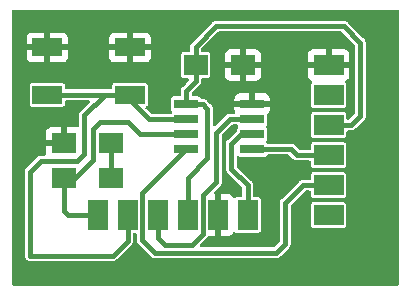
<source format=gbr>
%TF.GenerationSoftware,KiCad,Pcbnew,(6.0.2)*%
%TF.CreationDate,2022-03-22T11:58:14+02:00*%
%TF.ProjectId,kechengzhang20200322,6b656368-656e-4677-9a68-616e67323032,rev?*%
%TF.SameCoordinates,Original*%
%TF.FileFunction,Copper,L1,Top*%
%TF.FilePolarity,Positive*%
%FSLAX46Y46*%
G04 Gerber Fmt 4.6, Leading zero omitted, Abs format (unit mm)*
G04 Created by KiCad (PCBNEW (6.0.2)) date 2022-03-22 11:58:14*
%MOMM*%
%LPD*%
G01*
G04 APERTURE LIST*
%TA.AperFunction,SMDPad,CuDef*%
%ADD10R,2.000000X0.800000*%
%TD*%
%TA.AperFunction,SMDPad,CuDef*%
%ADD11R,2.500000X1.500000*%
%TD*%
%TA.AperFunction,SMDPad,CuDef*%
%ADD12R,2.000000X1.700000*%
%TD*%
%TA.AperFunction,SMDPad,CuDef*%
%ADD13R,1.700000X2.500000*%
%TD*%
%TA.AperFunction,SMDPad,CuDef*%
%ADD14R,2.500000X1.700000*%
%TD*%
%TA.AperFunction,Conductor*%
%ADD15C,0.406400*%
%TD*%
G04 APERTURE END LIST*
D10*
%TO.P,U1,8,GND*%
%TO.N,GND*%
X117354000Y-42037000D03*
%TO.P,U1,7,PA3/SCK*%
%TO.N,Net-(J2-Pad4)*%
X117354000Y-43307000D03*
%TO.P,U1,6,~{RESET}/UPDI/PA0*%
%TO.N,Net-(J2-Pad1)*%
X117354000Y-44577000D03*
%TO.P,U1,5,PA2/SCL*%
%TO.N,Net-(J1-Pad4)*%
X117354000Y-45847000D03*
%TO.P,U1,4,PA1/SDA*%
%TO.N,Net-(J1-Pad5)*%
X111754000Y-45847000D03*
%TO.P,U1,3,RXD/PA7*%
%TO.N,Net-(J2-Pad6)*%
X111754000Y-44577000D03*
%TO.P,U1,2,TXD/PA6/DAC*%
%TO.N,Net-(J2-Pad5)*%
X111754000Y-43307000D03*
%TO.P,U1,1,VCC*%
%TO.N,VCC*%
X111754000Y-42037000D03*
%TD*%
D11*
%TO.P,SW1,2,2*%
%TO.N,GND*%
X100005000Y-37243000D03*
X107005000Y-37243000D03*
%TO.P,SW1,1,1*%
%TO.N,Net-(J2-Pad5)*%
X100005000Y-41243000D03*
X107005000Y-41243000D03*
%TD*%
D12*
%TO.P,R1,2*%
%TO.N,Net-(D1-Pad2)*%
X105378000Y-48260000D03*
%TO.P,R1,1*%
%TO.N,Net-(J2-Pad6)*%
X101378000Y-48260000D03*
%TD*%
D13*
%TO.P,J2,1,Pin_1*%
%TO.N,Net-(J2-Pad1)*%
X116967000Y-51421000D03*
%TO.P,J2,2,Pin_2*%
%TO.N,GND*%
X114427000Y-51421000D03*
%TO.P,J2,3,Pin_3*%
%TO.N,VCC*%
X111887000Y-51421000D03*
%TO.P,J2,4,Pin_4*%
%TO.N,Net-(J2-Pad4)*%
X109347000Y-51421000D03*
%TO.P,J2,5,Pin_5*%
%TO.N,Net-(J2-Pad5)*%
X106807000Y-51421000D03*
%TO.P,J2,6,Pin_6*%
%TO.N,Net-(J2-Pad6)*%
X104267000Y-51421000D03*
%TD*%
D14*
%TO.P,J1,1,GND*%
%TO.N,GND*%
X123811000Y-38735000D03*
%TO.P,J1,2,CTS*%
%TO.N,unconnected-(J1-Pad2)*%
X123811000Y-41275000D03*
%TO.P,J1,3,VCC*%
%TO.N,VCC*%
X123811000Y-43815000D03*
%TO.P,J1,4,TX*%
%TO.N,Net-(J1-Pad4)*%
X123811000Y-46355000D03*
%TO.P,J1,5,RX*%
%TO.N,Net-(J1-Pad5)*%
X123811000Y-48895000D03*
%TO.P,J1,6,RTS*%
%TO.N,unconnected-(J1-Pad6)*%
X123811000Y-51435000D03*
%TD*%
D12*
%TO.P,D1,2,A*%
%TO.N,Net-(D1-Pad2)*%
X105378000Y-45339000D03*
%TO.P,D1,1,K*%
%TO.N,GND*%
X101378000Y-45339000D03*
%TD*%
%TO.P,C1,1*%
%TO.N,VCC*%
X112554000Y-38735000D03*
%TO.P,C1,2*%
%TO.N,GND*%
X116554000Y-38735000D03*
%TD*%
D15*
%TO.N,Net-(D1-Pad2)*%
X105378000Y-45339000D02*
X105378000Y-48260000D01*
%TO.N,VCC*%
X113538000Y-46609000D02*
X111887000Y-48260000D01*
X111887000Y-48260000D02*
X111887000Y-51421000D01*
X113160400Y-42037000D02*
X113538000Y-42414600D01*
X111754000Y-42037000D02*
X113160400Y-42037000D01*
X113538000Y-42414600D02*
X113538000Y-46609000D01*
%TO.N,Net-(J2-Pad5)*%
X103124000Y-42989000D02*
X104870000Y-41243000D01*
X99441000Y-46863000D02*
X102509422Y-46863000D01*
X98552000Y-54864000D02*
X98552000Y-47752000D01*
X98552000Y-47752000D02*
X99441000Y-46863000D01*
X102509422Y-46863000D02*
X103124000Y-46248422D01*
X106807000Y-53594000D02*
X105537000Y-54864000D01*
X105537000Y-54864000D02*
X98552000Y-54864000D01*
X106807000Y-51421000D02*
X106807000Y-53594000D01*
X103124000Y-46248422D02*
X103124000Y-42989000D01*
%TO.N,Net-(J2-Pad1)*%
X115570000Y-45425578D02*
X116418578Y-44577000D01*
X115570000Y-47498000D02*
X115570000Y-45425578D01*
X116418578Y-44577000D02*
X117354000Y-44577000D01*
X116967000Y-48895000D02*
X115570000Y-47498000D01*
X116967000Y-51421000D02*
X116967000Y-48895000D01*
%TO.N,Net-(J2-Pad4)*%
X109347000Y-53340000D02*
X109347000Y-51421000D01*
X109982000Y-53975000D02*
X109347000Y-53340000D01*
X112238422Y-53975000D02*
X109982000Y-53975000D01*
X113174289Y-53039133D02*
X112238422Y-53975000D01*
X113174289Y-49766711D02*
X113174289Y-53039133D01*
X114300000Y-48641000D02*
X113174289Y-49766711D01*
X114300000Y-44450000D02*
X114300000Y-48641000D01*
X115443000Y-43307000D02*
X114300000Y-44450000D01*
X117354000Y-43307000D02*
X115443000Y-43307000D01*
%TO.N,VCC*%
X111754000Y-40900000D02*
X111754000Y-42037000D01*
X112554000Y-40100000D02*
X111754000Y-40900000D01*
X112554000Y-38735000D02*
X112554000Y-40100000D01*
%TO.N,Net-(J2-Pad5)*%
X107005000Y-41727000D02*
X108585000Y-43307000D01*
X107005000Y-41243000D02*
X107005000Y-41727000D01*
X108585000Y-43307000D02*
X111754000Y-43307000D01*
X104870000Y-41243000D02*
X107005000Y-41243000D01*
X100005000Y-41243000D02*
X104870000Y-41243000D01*
%TO.N,Net-(J2-Pad6)*%
X106807000Y-43561000D02*
X107823000Y-44577000D01*
X107823000Y-44577000D02*
X111754000Y-44577000D01*
X103886000Y-46736000D02*
X103886000Y-44175578D01*
X103886000Y-44175578D02*
X104500578Y-43561000D01*
X102362000Y-48260000D02*
X103886000Y-46736000D01*
X101378000Y-48260000D02*
X102362000Y-48260000D01*
X104500578Y-43561000D02*
X106807000Y-43561000D01*
X101378000Y-51086000D02*
X101378000Y-48260000D01*
X101727000Y-51435000D02*
X101378000Y-51086000D01*
X101741000Y-51421000D02*
X101727000Y-51435000D01*
X104267000Y-51421000D02*
X101741000Y-51421000D01*
%TO.N,Net-(J1-Pad5)*%
X108059711Y-49541289D02*
X111754000Y-45847000D01*
X108059711Y-53576711D02*
X108059711Y-49541289D01*
X109093000Y-54610000D02*
X108059711Y-53576711D01*
X119380000Y-54610000D02*
X109093000Y-54610000D01*
X120142000Y-53848000D02*
X119380000Y-54610000D01*
X120142000Y-50419000D02*
X120142000Y-53848000D01*
X121666000Y-48895000D02*
X120142000Y-50419000D01*
X123811000Y-48895000D02*
X121666000Y-48895000D01*
%TO.N,VCC*%
X126492000Y-43053000D02*
X125730000Y-43815000D01*
X126492000Y-36830000D02*
X126492000Y-43053000D01*
X114300000Y-35433000D02*
X125095000Y-35433000D01*
X125730000Y-43815000D02*
X123811000Y-43815000D01*
X112554000Y-37179000D02*
X114300000Y-35433000D01*
X112554000Y-38735000D02*
X112554000Y-37179000D01*
X125095000Y-35433000D02*
X126492000Y-36830000D01*
%TO.N,Net-(J1-Pad4)*%
X120650000Y-45847000D02*
X117354000Y-45847000D01*
X121158000Y-46355000D02*
X120650000Y-45847000D01*
X123811000Y-46355000D02*
X121158000Y-46355000D01*
%TD*%
%TA.AperFunction,Conductor*%
%TO.N,GND*%
G36*
X129736121Y-34056002D02*
G01*
X129782614Y-34109658D01*
X129794000Y-34162000D01*
X129794000Y-57278000D01*
X129773998Y-57346121D01*
X129720342Y-57392614D01*
X129668000Y-57404000D01*
X97154000Y-57404000D01*
X97085879Y-57383998D01*
X97039386Y-57330342D01*
X97028000Y-57278000D01*
X97028000Y-54827684D01*
X98090557Y-54827684D01*
X98091222Y-54837080D01*
X98091222Y-54837083D01*
X98093985Y-54876102D01*
X98094300Y-54885001D01*
X98094300Y-54898388D01*
X98094999Y-54903034D01*
X98094999Y-54903040D01*
X98095952Y-54909374D01*
X98097035Y-54919180D01*
X98100277Y-54964972D01*
X98103677Y-54973762D01*
X98105602Y-54982371D01*
X98108192Y-54990788D01*
X98109592Y-55000102D01*
X98121208Y-55024292D01*
X98129450Y-55041456D01*
X98133379Y-55050536D01*
X98146535Y-55084542D01*
X98146538Y-55084548D01*
X98149937Y-55093333D01*
X98155770Y-55100732D01*
X98160147Y-55108405D01*
X98165093Y-55115683D01*
X98169169Y-55124172D01*
X98175561Y-55131087D01*
X98175564Y-55131091D01*
X98200323Y-55157875D01*
X98206743Y-55165391D01*
X98235144Y-55201418D01*
X98242900Y-55206778D01*
X98249323Y-55212810D01*
X98256196Y-55218317D01*
X98262594Y-55225238D01*
X98270740Y-55229970D01*
X98270743Y-55229972D01*
X98302270Y-55248285D01*
X98310620Y-55253584D01*
X98340615Y-55274314D01*
X98348365Y-55279670D01*
X98357342Y-55282509D01*
X98365257Y-55286387D01*
X98373461Y-55289635D01*
X98381606Y-55294366D01*
X98426305Y-55304727D01*
X98435841Y-55307335D01*
X98479591Y-55321171D01*
X98486312Y-55321700D01*
X98488784Y-55321700D01*
X98489825Y-55321741D01*
X98497107Y-55322719D01*
X98497118Y-55322577D01*
X98506507Y-55323316D01*
X98515684Y-55325443D01*
X98525080Y-55324778D01*
X98525083Y-55324778D01*
X98564102Y-55322015D01*
X98573001Y-55321700D01*
X105502352Y-55321700D01*
X105517162Y-55322573D01*
X105542187Y-55325535D01*
X105551540Y-55326642D01*
X105560804Y-55324950D01*
X105560807Y-55324950D01*
X105610224Y-55315925D01*
X105614126Y-55315275D01*
X105625748Y-55313527D01*
X105673102Y-55306408D01*
X105679714Y-55303233D01*
X105686931Y-55301915D01*
X105739871Y-55274415D01*
X105743412Y-55272646D01*
X105788678Y-55250910D01*
X105788679Y-55250909D01*
X105797172Y-55246831D01*
X105802479Y-55241925D01*
X105802689Y-55241783D01*
X105809068Y-55238470D01*
X105814194Y-55234091D01*
X105852056Y-55196229D01*
X105855622Y-55192800D01*
X105891323Y-55159799D01*
X105891326Y-55159796D01*
X105898238Y-55153406D01*
X105901977Y-55146969D01*
X105907653Y-55140632D01*
X107106145Y-53942141D01*
X107117234Y-53932286D01*
X107137023Y-53916686D01*
X107137024Y-53916685D01*
X107144418Y-53910856D01*
X107156399Y-53893521D01*
X107178330Y-53861790D01*
X107180632Y-53858569D01*
X107210468Y-53818174D01*
X107210470Y-53818170D01*
X107216068Y-53810591D01*
X107218498Y-53803671D01*
X107222670Y-53797635D01*
X107225639Y-53788249D01*
X107240656Y-53740764D01*
X107241909Y-53737009D01*
X107258551Y-53689621D01*
X107258551Y-53689619D01*
X107261672Y-53680733D01*
X107261956Y-53673511D01*
X107262005Y-53673258D01*
X107264171Y-53666409D01*
X107264700Y-53659688D01*
X107264700Y-53606136D01*
X107264797Y-53601190D01*
X107265872Y-53573825D01*
X107267075Y-53543207D01*
X107265167Y-53536012D01*
X107264700Y-53527522D01*
X107264700Y-53051499D01*
X107284702Y-52983378D01*
X107338358Y-52936885D01*
X107390700Y-52925499D01*
X107476011Y-52925499D01*
X107544132Y-52945501D01*
X107590625Y-52999157D01*
X107602011Y-53051499D01*
X107602011Y-53542063D01*
X107601138Y-53556873D01*
X107599132Y-53573825D01*
X107597069Y-53591251D01*
X107598761Y-53600515D01*
X107598761Y-53600518D01*
X107607786Y-53649935D01*
X107608436Y-53653837D01*
X107610184Y-53665459D01*
X107617303Y-53712813D01*
X107620478Y-53719425D01*
X107621796Y-53726642D01*
X107626138Y-53735000D01*
X107626138Y-53735001D01*
X107649296Y-53779582D01*
X107651065Y-53783123D01*
X107662347Y-53806617D01*
X107676880Y-53836883D01*
X107681786Y-53842190D01*
X107681928Y-53842400D01*
X107685241Y-53848779D01*
X107689620Y-53853905D01*
X107727482Y-53891767D01*
X107730911Y-53895333D01*
X107763912Y-53931034D01*
X107763915Y-53931037D01*
X107770305Y-53937949D01*
X107776741Y-53941688D01*
X107783075Y-53947360D01*
X108744864Y-54909150D01*
X108754718Y-54920240D01*
X108770311Y-54940020D01*
X108770315Y-54940023D01*
X108776144Y-54947418D01*
X108783892Y-54952773D01*
X108783893Y-54952774D01*
X108825210Y-54981330D01*
X108828431Y-54983632D01*
X108868826Y-55013468D01*
X108868830Y-55013470D01*
X108876409Y-55019068D01*
X108883329Y-55021498D01*
X108889365Y-55025670D01*
X108898345Y-55028510D01*
X108898347Y-55028511D01*
X108934333Y-55039892D01*
X108945974Y-55043573D01*
X108946236Y-55043656D01*
X108949985Y-55044907D01*
X108959806Y-55048356D01*
X108997379Y-55061551D01*
X108997381Y-55061551D01*
X109006267Y-55064672D01*
X109013489Y-55064956D01*
X109013742Y-55065005D01*
X109020591Y-55067171D01*
X109027312Y-55067700D01*
X109080864Y-55067700D01*
X109085810Y-55067797D01*
X109143793Y-55070075D01*
X109150988Y-55068167D01*
X109159478Y-55067700D01*
X119345352Y-55067700D01*
X119360162Y-55068573D01*
X119385187Y-55071535D01*
X119394540Y-55072642D01*
X119403804Y-55070950D01*
X119403807Y-55070950D01*
X119453224Y-55061925D01*
X119457126Y-55061275D01*
X119468748Y-55059527D01*
X119516102Y-55052408D01*
X119522714Y-55049233D01*
X119529931Y-55047915D01*
X119567286Y-55028511D01*
X119582871Y-55020415D01*
X119586412Y-55018646D01*
X119631678Y-54996910D01*
X119631679Y-54996909D01*
X119640172Y-54992831D01*
X119645479Y-54987925D01*
X119645689Y-54987783D01*
X119652068Y-54984470D01*
X119657194Y-54980091D01*
X119695056Y-54942229D01*
X119698622Y-54938800D01*
X119734323Y-54905799D01*
X119734326Y-54905796D01*
X119741238Y-54899406D01*
X119744977Y-54892970D01*
X119750649Y-54886636D01*
X120441150Y-54196136D01*
X120452240Y-54186282D01*
X120472019Y-54170690D01*
X120472023Y-54170686D01*
X120479418Y-54164856D01*
X120513332Y-54115786D01*
X120515612Y-54112595D01*
X120551069Y-54064591D01*
X120553500Y-54057668D01*
X120557670Y-54051635D01*
X120575654Y-53994771D01*
X120576884Y-53991083D01*
X120596672Y-53934733D01*
X120596956Y-53927509D01*
X120597004Y-53927260D01*
X120599171Y-53920409D01*
X120599700Y-53913688D01*
X120599700Y-53860136D01*
X120599797Y-53855190D01*
X120601251Y-53818174D01*
X120602075Y-53797207D01*
X120600167Y-53790012D01*
X120599700Y-53781520D01*
X120599700Y-50660775D01*
X120619702Y-50592654D01*
X120636605Y-50571680D01*
X120648352Y-50559933D01*
X122306500Y-50559933D01*
X122306501Y-52310066D01*
X122321266Y-52384301D01*
X122377516Y-52468484D01*
X122461699Y-52524734D01*
X122535933Y-52539500D01*
X123810793Y-52539500D01*
X125086066Y-52539499D01*
X125121818Y-52532388D01*
X125148126Y-52527156D01*
X125148128Y-52527155D01*
X125160301Y-52524734D01*
X125170621Y-52517839D01*
X125170622Y-52517838D01*
X125234168Y-52475377D01*
X125244484Y-52468484D01*
X125300734Y-52384301D01*
X125315500Y-52310067D01*
X125315499Y-50559934D01*
X125300734Y-50485699D01*
X125244484Y-50401516D01*
X125160301Y-50345266D01*
X125086067Y-50330500D01*
X123811207Y-50330500D01*
X122535934Y-50330501D01*
X122500182Y-50337612D01*
X122473874Y-50342844D01*
X122473872Y-50342845D01*
X122461699Y-50345266D01*
X122451379Y-50352161D01*
X122451378Y-50352162D01*
X122449657Y-50353312D01*
X122377516Y-50401516D01*
X122321266Y-50485699D01*
X122306500Y-50559933D01*
X120648352Y-50559933D01*
X121818680Y-49389605D01*
X121880992Y-49355579D01*
X121907775Y-49352700D01*
X122180501Y-49352700D01*
X122248622Y-49372702D01*
X122295115Y-49426358D01*
X122306501Y-49478700D01*
X122306501Y-49770066D01*
X122311549Y-49795445D01*
X122317718Y-49826461D01*
X122321266Y-49844301D01*
X122328161Y-49854620D01*
X122328162Y-49854622D01*
X122356143Y-49896498D01*
X122377516Y-49928484D01*
X122461699Y-49984734D01*
X122535933Y-49999500D01*
X123810793Y-49999500D01*
X125086066Y-49999499D01*
X125121818Y-49992388D01*
X125148126Y-49987156D01*
X125148128Y-49987155D01*
X125160301Y-49984734D01*
X125170621Y-49977839D01*
X125170622Y-49977838D01*
X125234168Y-49935377D01*
X125244484Y-49928484D01*
X125300734Y-49844301D01*
X125315500Y-49770067D01*
X125315499Y-48019934D01*
X125300734Y-47945699D01*
X125244484Y-47861516D01*
X125160301Y-47805266D01*
X125086067Y-47790500D01*
X123811207Y-47790500D01*
X122535934Y-47790501D01*
X122500182Y-47797612D01*
X122473874Y-47802844D01*
X122473872Y-47802845D01*
X122461699Y-47805266D01*
X122451379Y-47812161D01*
X122451378Y-47812162D01*
X122444684Y-47816635D01*
X122377516Y-47861516D01*
X122321266Y-47945699D01*
X122306500Y-48019933D01*
X122306500Y-48311300D01*
X122286498Y-48379421D01*
X122232842Y-48425914D01*
X122180500Y-48437300D01*
X121700640Y-48437300D01*
X121685830Y-48436427D01*
X121651460Y-48432359D01*
X121642196Y-48434051D01*
X121642195Y-48434051D01*
X121592805Y-48443071D01*
X121588901Y-48443721D01*
X121550222Y-48449536D01*
X121529898Y-48452592D01*
X121523283Y-48455768D01*
X121516068Y-48457086D01*
X121507714Y-48461426D01*
X121507713Y-48461426D01*
X121463161Y-48484569D01*
X121459620Y-48486338D01*
X121414319Y-48508091D01*
X121414315Y-48508093D01*
X121405828Y-48512169D01*
X121400517Y-48517078D01*
X121400309Y-48517218D01*
X121393932Y-48520531D01*
X121388805Y-48524909D01*
X121350932Y-48562782D01*
X121347366Y-48566211D01*
X121304762Y-48605594D01*
X121301024Y-48612030D01*
X121295350Y-48618364D01*
X119842855Y-50070859D01*
X119831766Y-50080714D01*
X119827758Y-50083874D01*
X119804582Y-50102144D01*
X119799227Y-50109892D01*
X119799226Y-50109893D01*
X119770670Y-50151210D01*
X119768368Y-50154431D01*
X119738532Y-50194826D01*
X119738530Y-50194830D01*
X119732932Y-50202409D01*
X119730502Y-50209329D01*
X119726330Y-50215365D01*
X119723490Y-50224345D01*
X119723489Y-50224347D01*
X119708344Y-50272236D01*
X119707093Y-50275985D01*
X119687328Y-50332267D01*
X119687044Y-50339489D01*
X119686995Y-50339742D01*
X119684829Y-50346591D01*
X119684300Y-50353312D01*
X119684300Y-50406864D01*
X119684203Y-50411810D01*
X119681925Y-50469793D01*
X119683833Y-50476988D01*
X119684300Y-50485478D01*
X119684300Y-53606224D01*
X119664298Y-53674345D01*
X119647395Y-53695320D01*
X119227318Y-54115396D01*
X119165006Y-54149421D01*
X119138223Y-54152300D01*
X113012598Y-54152300D01*
X112944477Y-54132298D01*
X112897984Y-54078642D01*
X112887880Y-54008368D01*
X112917374Y-53943788D01*
X112923503Y-53937204D01*
X113119944Y-53740764D01*
X113473439Y-53387269D01*
X113484529Y-53377415D01*
X113504309Y-53361822D01*
X113504312Y-53361818D01*
X113511707Y-53355989D01*
X113519173Y-53345187D01*
X113545619Y-53306923D01*
X113547921Y-53303702D01*
X113577757Y-53263307D01*
X113577759Y-53263303D01*
X113583357Y-53255724D01*
X113585787Y-53248804D01*
X113589959Y-53242768D01*
X113589976Y-53242744D01*
X113590052Y-53242797D01*
X113636477Y-53195184D01*
X113698254Y-53179000D01*
X114154885Y-53179000D01*
X114170124Y-53174525D01*
X114171329Y-53173135D01*
X114173000Y-53165452D01*
X114173000Y-49681116D01*
X114168525Y-49665877D01*
X114142830Y-49643612D01*
X114143170Y-49643219D01*
X114130288Y-49636185D01*
X114096264Y-49573872D01*
X114101330Y-49503056D01*
X114130290Y-49457996D01*
X114599145Y-48989141D01*
X114610234Y-48979286D01*
X114630021Y-48963687D01*
X114637418Y-48957856D01*
X114671332Y-48908786D01*
X114673612Y-48905595D01*
X114709069Y-48857591D01*
X114711500Y-48850668D01*
X114715670Y-48844635D01*
X114733654Y-48787771D01*
X114734884Y-48784083D01*
X114754672Y-48727733D01*
X114754956Y-48720509D01*
X114755004Y-48720260D01*
X114757171Y-48713409D01*
X114757700Y-48706688D01*
X114757700Y-48653136D01*
X114757797Y-48648190D01*
X114759705Y-48599617D01*
X114760075Y-48590207D01*
X114758167Y-48583012D01*
X114757700Y-48574520D01*
X114757700Y-44691776D01*
X114777702Y-44623655D01*
X114794605Y-44602680D01*
X115595682Y-43801604D01*
X115657994Y-43767579D01*
X115684777Y-43764700D01*
X116019121Y-43764700D01*
X116087242Y-43784702D01*
X116123886Y-43820698D01*
X116158164Y-43871998D01*
X116179379Y-43939750D01*
X116158165Y-44012001D01*
X116114266Y-44077699D01*
X116099500Y-44151933D01*
X116099500Y-44193508D01*
X116079498Y-44261629D01*
X116069609Y-44273418D01*
X116070146Y-44273849D01*
X116064257Y-44281200D01*
X116057340Y-44287594D01*
X116053602Y-44294030D01*
X116047926Y-44300366D01*
X115270855Y-45077437D01*
X115259766Y-45087292D01*
X115232582Y-45108722D01*
X115227227Y-45116470D01*
X115227226Y-45116471D01*
X115198670Y-45157788D01*
X115196368Y-45161009D01*
X115166532Y-45201404D01*
X115166530Y-45201408D01*
X115160932Y-45208987D01*
X115158502Y-45215907D01*
X115154330Y-45221943D01*
X115151490Y-45230923D01*
X115151489Y-45230925D01*
X115136344Y-45278814D01*
X115135091Y-45282569D01*
X115121414Y-45321516D01*
X115115328Y-45338845D01*
X115115044Y-45346067D01*
X115114995Y-45346320D01*
X115112829Y-45353169D01*
X115112300Y-45359890D01*
X115112300Y-45413442D01*
X115112203Y-45418388D01*
X115109925Y-45476371D01*
X115111833Y-45483566D01*
X115112300Y-45492056D01*
X115112300Y-47463352D01*
X115111427Y-47478162D01*
X115107358Y-47512540D01*
X115109050Y-47521804D01*
X115109050Y-47521807D01*
X115118075Y-47571224D01*
X115118725Y-47575126D01*
X115127592Y-47634102D01*
X115130767Y-47640714D01*
X115132085Y-47647931D01*
X115136427Y-47656289D01*
X115136427Y-47656290D01*
X115159585Y-47700871D01*
X115161354Y-47704412D01*
X115180753Y-47744810D01*
X115187169Y-47758172D01*
X115192075Y-47763479D01*
X115192217Y-47763689D01*
X115195530Y-47770068D01*
X115199909Y-47775194D01*
X115201658Y-47776943D01*
X115237785Y-47813071D01*
X115241211Y-47816635D01*
X115274201Y-47852323D01*
X115274204Y-47852325D01*
X115280594Y-47859238D01*
X115287031Y-47862977D01*
X115293369Y-47868654D01*
X116472395Y-49047681D01*
X116506421Y-49109993D01*
X116509300Y-49136776D01*
X116509300Y-49790501D01*
X116489298Y-49858622D01*
X116435642Y-49905115D01*
X116383300Y-49916501D01*
X116091934Y-49916501D01*
X116056182Y-49923612D01*
X116029874Y-49928844D01*
X116029872Y-49928845D01*
X116017699Y-49931266D01*
X116007379Y-49938161D01*
X116007378Y-49938162D01*
X115980239Y-49956296D01*
X115933516Y-49987516D01*
X115932974Y-49988328D01*
X115877609Y-50018560D01*
X115806794Y-50013495D01*
X115749958Y-49970948D01*
X115732843Y-49939666D01*
X115730324Y-49932945D01*
X115721786Y-49917351D01*
X115645285Y-49815276D01*
X115632724Y-49802715D01*
X115530649Y-49726214D01*
X115515054Y-49717676D01*
X115394606Y-49672522D01*
X115379351Y-49668895D01*
X115328486Y-49663369D01*
X115321672Y-49663000D01*
X114699115Y-49663000D01*
X114683876Y-49667475D01*
X114682671Y-49668865D01*
X114681000Y-49676548D01*
X114681000Y-53160884D01*
X114685475Y-53176123D01*
X114686865Y-53177328D01*
X114694548Y-53178999D01*
X115321669Y-53178999D01*
X115328490Y-53178629D01*
X115379352Y-53173105D01*
X115394604Y-53169479D01*
X115515054Y-53124324D01*
X115530649Y-53115786D01*
X115632724Y-53039285D01*
X115645285Y-53026724D01*
X115721786Y-52924649D01*
X115730324Y-52909055D01*
X115732843Y-52902334D01*
X115775483Y-52845568D01*
X115842044Y-52820867D01*
X115911394Y-52836073D01*
X115931077Y-52850834D01*
X115933516Y-52854484D01*
X116017699Y-52910734D01*
X116091933Y-52925500D01*
X116966858Y-52925500D01*
X117842066Y-52925499D01*
X117877818Y-52918388D01*
X117904126Y-52913156D01*
X117904128Y-52913155D01*
X117916301Y-52910734D01*
X117926621Y-52903839D01*
X117926622Y-52903838D01*
X117990168Y-52861377D01*
X118000484Y-52854484D01*
X118056734Y-52770301D01*
X118071500Y-52696067D01*
X118071499Y-50145934D01*
X118064331Y-50109893D01*
X118059156Y-50083874D01*
X118059155Y-50083872D01*
X118056734Y-50071699D01*
X118000484Y-49987516D01*
X117916301Y-49931266D01*
X117842067Y-49916500D01*
X117550700Y-49916500D01*
X117482579Y-49896498D01*
X117436086Y-49842842D01*
X117424700Y-49790500D01*
X117424700Y-48929640D01*
X117425573Y-48914830D01*
X117428534Y-48889812D01*
X117429641Y-48880460D01*
X117427949Y-48871193D01*
X117418927Y-48821791D01*
X117418277Y-48817888D01*
X117410808Y-48768210D01*
X117409408Y-48758898D01*
X117406233Y-48752287D01*
X117404915Y-48745068D01*
X117377416Y-48692133D01*
X117375661Y-48688618D01*
X117353909Y-48643319D01*
X117353906Y-48643315D01*
X117349831Y-48634828D01*
X117344922Y-48629517D01*
X117344782Y-48629309D01*
X117341469Y-48622932D01*
X117337091Y-48617805D01*
X117299218Y-48579932D01*
X117295789Y-48576366D01*
X117262801Y-48540680D01*
X117256406Y-48533762D01*
X117249970Y-48530024D01*
X117243636Y-48524350D01*
X116064605Y-47345319D01*
X116030579Y-47283007D01*
X116027700Y-47256224D01*
X116027700Y-46570787D01*
X116047702Y-46502666D01*
X116101358Y-46456173D01*
X116171632Y-46446069D01*
X116223703Y-46466023D01*
X116244379Y-46479839D01*
X116244382Y-46479840D01*
X116254699Y-46486734D01*
X116328933Y-46501500D01*
X117353834Y-46501500D01*
X118379066Y-46501499D01*
X118422255Y-46492909D01*
X118441126Y-46489156D01*
X118441128Y-46489155D01*
X118453301Y-46486734D01*
X118463621Y-46479839D01*
X118463622Y-46479838D01*
X118527168Y-46437377D01*
X118537484Y-46430484D01*
X118584114Y-46360698D01*
X118638591Y-46315170D01*
X118688879Y-46304700D01*
X120408225Y-46304700D01*
X120476346Y-46324702D01*
X120497320Y-46341605D01*
X120809855Y-46654140D01*
X120819710Y-46665229D01*
X120841144Y-46692418D01*
X120848891Y-46697772D01*
X120848895Y-46697776D01*
X120890229Y-46726344D01*
X120893449Y-46728645D01*
X120933829Y-46758470D01*
X120933832Y-46758472D01*
X120941409Y-46764068D01*
X120948329Y-46766498D01*
X120954365Y-46770670D01*
X121011233Y-46788655D01*
X121014989Y-46789908D01*
X121062379Y-46806550D01*
X121062380Y-46806550D01*
X121071267Y-46809671D01*
X121078482Y-46809954D01*
X121078744Y-46810006D01*
X121085591Y-46812171D01*
X121092312Y-46812700D01*
X121145889Y-46812700D01*
X121150835Y-46812797D01*
X121208793Y-46815074D01*
X121215985Y-46813167D01*
X121224472Y-46812700D01*
X122180501Y-46812700D01*
X122248622Y-46832702D01*
X122295115Y-46886358D01*
X122306501Y-46938700D01*
X122306501Y-47230066D01*
X122307847Y-47236832D01*
X122317487Y-47285299D01*
X122321266Y-47304301D01*
X122328161Y-47314620D01*
X122328162Y-47314622D01*
X122348674Y-47345319D01*
X122377516Y-47388484D01*
X122461699Y-47444734D01*
X122535933Y-47459500D01*
X123810793Y-47459500D01*
X125086066Y-47459499D01*
X125121818Y-47452388D01*
X125148126Y-47447156D01*
X125148128Y-47447155D01*
X125160301Y-47444734D01*
X125170621Y-47437839D01*
X125170622Y-47437838D01*
X125234168Y-47395377D01*
X125244484Y-47388484D01*
X125300734Y-47304301D01*
X125315500Y-47230067D01*
X125315499Y-45479934D01*
X125305267Y-45428489D01*
X125303156Y-45417874D01*
X125303155Y-45417872D01*
X125300734Y-45405699D01*
X125291608Y-45392040D01*
X125251377Y-45331832D01*
X125244484Y-45321516D01*
X125160301Y-45265266D01*
X125086067Y-45250500D01*
X123811207Y-45250500D01*
X122535934Y-45250501D01*
X122500182Y-45257612D01*
X122473874Y-45262844D01*
X122473872Y-45262845D01*
X122461699Y-45265266D01*
X122451379Y-45272161D01*
X122451378Y-45272162D01*
X122390985Y-45312516D01*
X122377516Y-45321516D01*
X122321266Y-45405699D01*
X122306500Y-45479933D01*
X122306500Y-45771300D01*
X122286498Y-45839421D01*
X122232842Y-45885914D01*
X122180500Y-45897300D01*
X121399776Y-45897300D01*
X121331655Y-45877298D01*
X121310681Y-45860395D01*
X120998141Y-45547855D01*
X120988286Y-45536766D01*
X120972686Y-45516977D01*
X120972685Y-45516976D01*
X120966856Y-45509582D01*
X120959108Y-45504227D01*
X120959107Y-45504226D01*
X120917790Y-45475670D01*
X120914569Y-45473368D01*
X120874174Y-45443532D01*
X120874170Y-45443530D01*
X120866591Y-45437932D01*
X120859671Y-45435502D01*
X120853635Y-45431330D01*
X120844655Y-45428490D01*
X120844653Y-45428489D01*
X120804906Y-45415919D01*
X120796758Y-45413342D01*
X120793009Y-45412091D01*
X120745621Y-45395449D01*
X120745619Y-45395449D01*
X120736733Y-45392328D01*
X120729511Y-45392044D01*
X120729258Y-45391995D01*
X120722409Y-45389829D01*
X120715688Y-45389300D01*
X120662136Y-45389300D01*
X120657190Y-45389203D01*
X120599207Y-45386925D01*
X120592012Y-45388833D01*
X120583522Y-45389300D01*
X118688879Y-45389300D01*
X118620758Y-45369298D01*
X118584114Y-45333302D01*
X118549836Y-45282002D01*
X118528621Y-45214250D01*
X118549836Y-45141998D01*
X118593734Y-45076301D01*
X118608500Y-45002067D01*
X118608499Y-44151934D01*
X118601388Y-44116182D01*
X118596156Y-44089874D01*
X118596155Y-44089872D01*
X118593734Y-44077699D01*
X118549835Y-44012001D01*
X118528621Y-43944250D01*
X118549836Y-43871998D01*
X118593734Y-43806301D01*
X118608500Y-43732067D01*
X118608499Y-42944176D01*
X118628501Y-42876055D01*
X118658934Y-42843350D01*
X118709724Y-42805285D01*
X118722285Y-42792724D01*
X118798786Y-42690649D01*
X118807324Y-42675054D01*
X118852478Y-42554606D01*
X118856105Y-42539351D01*
X118861631Y-42488486D01*
X118862000Y-42481672D01*
X118862000Y-42309115D01*
X118857525Y-42293876D01*
X118856135Y-42292671D01*
X118848452Y-42291000D01*
X115864116Y-42291000D01*
X115848877Y-42295475D01*
X115847672Y-42296865D01*
X115846001Y-42304548D01*
X115846001Y-42481669D01*
X115846371Y-42488490D01*
X115851895Y-42539352D01*
X115855521Y-42554603D01*
X115902182Y-42679070D01*
X115907365Y-42749877D01*
X115873444Y-42812246D01*
X115811189Y-42846375D01*
X115784200Y-42849300D01*
X115477648Y-42849300D01*
X115462838Y-42848427D01*
X115437813Y-42845465D01*
X115428460Y-42844358D01*
X115419196Y-42846050D01*
X115419193Y-42846050D01*
X115369776Y-42855075D01*
X115365874Y-42855725D01*
X115354252Y-42857473D01*
X115306898Y-42864592D01*
X115300286Y-42867767D01*
X115293069Y-42869085D01*
X115284711Y-42873427D01*
X115284710Y-42873427D01*
X115240129Y-42896585D01*
X115236588Y-42898354D01*
X115191322Y-42920090D01*
X115191321Y-42920091D01*
X115182828Y-42924169D01*
X115177521Y-42929075D01*
X115177311Y-42929217D01*
X115170932Y-42932530D01*
X115165806Y-42936909D01*
X115127944Y-42974771D01*
X115124378Y-42978200D01*
X115088677Y-43011201D01*
X115088674Y-43011204D01*
X115081762Y-43017594D01*
X115078022Y-43024032D01*
X115072356Y-43030359D01*
X114210793Y-43891921D01*
X114148483Y-43925945D01*
X114077667Y-43920880D01*
X114020832Y-43878333D01*
X113996021Y-43811813D01*
X113995700Y-43802824D01*
X113995700Y-42449248D01*
X113996573Y-42434438D01*
X113999535Y-42409413D01*
X114000642Y-42400060D01*
X113998950Y-42390793D01*
X113989925Y-42341376D01*
X113989275Y-42337474D01*
X113987527Y-42325852D01*
X113980408Y-42278498D01*
X113977233Y-42271886D01*
X113975915Y-42264669D01*
X113966997Y-42247500D01*
X113948415Y-42211729D01*
X113946646Y-42208188D01*
X113924910Y-42162922D01*
X113924909Y-42162921D01*
X113920831Y-42154428D01*
X113915925Y-42149121D01*
X113915783Y-42148911D01*
X113912470Y-42142532D01*
X113908091Y-42137406D01*
X113870229Y-42099544D01*
X113866800Y-42095978D01*
X113833798Y-42060276D01*
X113833795Y-42060274D01*
X113827406Y-42053362D01*
X113820970Y-42049623D01*
X113814632Y-42043946D01*
X113535571Y-41764885D01*
X115846000Y-41764885D01*
X115850475Y-41780124D01*
X115851865Y-41781329D01*
X115859548Y-41783000D01*
X117081885Y-41783000D01*
X117097124Y-41778525D01*
X117098329Y-41777135D01*
X117100000Y-41769452D01*
X117100000Y-41764885D01*
X117608000Y-41764885D01*
X117612475Y-41780124D01*
X117613865Y-41781329D01*
X117621548Y-41783000D01*
X118843884Y-41783000D01*
X118859123Y-41778525D01*
X118860328Y-41777135D01*
X118861999Y-41769452D01*
X118861999Y-41592331D01*
X118861629Y-41585510D01*
X118856105Y-41534648D01*
X118852479Y-41519396D01*
X118807324Y-41398946D01*
X118798786Y-41383351D01*
X118722285Y-41281276D01*
X118709724Y-41268715D01*
X118607649Y-41192214D01*
X118592054Y-41183676D01*
X118471606Y-41138522D01*
X118456351Y-41134895D01*
X118405486Y-41129369D01*
X118398672Y-41129000D01*
X117626115Y-41129000D01*
X117610876Y-41133475D01*
X117609671Y-41134865D01*
X117608000Y-41142548D01*
X117608000Y-41764885D01*
X117100000Y-41764885D01*
X117100000Y-41147116D01*
X117095525Y-41131877D01*
X117094135Y-41130672D01*
X117086452Y-41129001D01*
X116309331Y-41129001D01*
X116302510Y-41129371D01*
X116251648Y-41134895D01*
X116236396Y-41138521D01*
X116115946Y-41183676D01*
X116100351Y-41192214D01*
X115998276Y-41268715D01*
X115985715Y-41281276D01*
X115909214Y-41383351D01*
X115900676Y-41398946D01*
X115855522Y-41519394D01*
X115851895Y-41534649D01*
X115846369Y-41585514D01*
X115846000Y-41592328D01*
X115846000Y-41764885D01*
X113535571Y-41764885D01*
X113508542Y-41737856D01*
X113498687Y-41726767D01*
X113487113Y-41712086D01*
X113477256Y-41699582D01*
X113469508Y-41694227D01*
X113469507Y-41694226D01*
X113428190Y-41665670D01*
X113424969Y-41663368D01*
X113384574Y-41633532D01*
X113384570Y-41633530D01*
X113376991Y-41627932D01*
X113370071Y-41625502D01*
X113364035Y-41621330D01*
X113355055Y-41618490D01*
X113355053Y-41618489D01*
X113319067Y-41607108D01*
X113307158Y-41603342D01*
X113303409Y-41602091D01*
X113256021Y-41585449D01*
X113256019Y-41585449D01*
X113247133Y-41582328D01*
X113239911Y-41582044D01*
X113239658Y-41581995D01*
X113232809Y-41579829D01*
X113226088Y-41579300D01*
X113172536Y-41579300D01*
X113167590Y-41579203D01*
X113109607Y-41576925D01*
X113102412Y-41578833D01*
X113093922Y-41579300D01*
X113088879Y-41579300D01*
X113020758Y-41559298D01*
X112984114Y-41523302D01*
X112944377Y-41463832D01*
X112937484Y-41453516D01*
X112853301Y-41397266D01*
X112779067Y-41382500D01*
X112337700Y-41382500D01*
X112269579Y-41362498D01*
X112223086Y-41308842D01*
X112211700Y-41256500D01*
X112211700Y-41141776D01*
X112231702Y-41073655D01*
X112248605Y-41052680D01*
X112535988Y-40765298D01*
X112853150Y-40448136D01*
X112864240Y-40438282D01*
X112884020Y-40422689D01*
X112884023Y-40422685D01*
X112891418Y-40416856D01*
X112899008Y-40405874D01*
X112925330Y-40367790D01*
X112927632Y-40364569D01*
X112957468Y-40324174D01*
X112957470Y-40324170D01*
X112963068Y-40316591D01*
X112965498Y-40309671D01*
X112969670Y-40303635D01*
X112987658Y-40246758D01*
X112988909Y-40243009D01*
X112990493Y-40238500D01*
X113008672Y-40186733D01*
X113008956Y-40179511D01*
X113009005Y-40179258D01*
X113011171Y-40172409D01*
X113011700Y-40165688D01*
X113011700Y-40112136D01*
X113011797Y-40107190D01*
X113012354Y-40093000D01*
X113014075Y-40049207D01*
X113012167Y-40042012D01*
X113011700Y-40033520D01*
X113011700Y-39965499D01*
X113031702Y-39897378D01*
X113085358Y-39850885D01*
X113137700Y-39839499D01*
X113579066Y-39839499D01*
X113614818Y-39832388D01*
X113641126Y-39827156D01*
X113641128Y-39827155D01*
X113653301Y-39824734D01*
X113663621Y-39817839D01*
X113663622Y-39817838D01*
X113727168Y-39775377D01*
X113737484Y-39768484D01*
X113793734Y-39684301D01*
X113804601Y-39629669D01*
X115046001Y-39629669D01*
X115046371Y-39636490D01*
X115051895Y-39687352D01*
X115055521Y-39702604D01*
X115100676Y-39823054D01*
X115109214Y-39838649D01*
X115185715Y-39940724D01*
X115198276Y-39953285D01*
X115300351Y-40029786D01*
X115315946Y-40038324D01*
X115436394Y-40083478D01*
X115451649Y-40087105D01*
X115502514Y-40092631D01*
X115509328Y-40093000D01*
X116281885Y-40093000D01*
X116297124Y-40088525D01*
X116298329Y-40087135D01*
X116300000Y-40079452D01*
X116300000Y-40074884D01*
X116808000Y-40074884D01*
X116812475Y-40090123D01*
X116813865Y-40091328D01*
X116821548Y-40092999D01*
X117598669Y-40092999D01*
X117605490Y-40092629D01*
X117656352Y-40087105D01*
X117671604Y-40083479D01*
X117792054Y-40038324D01*
X117807649Y-40029786D01*
X117909724Y-39953285D01*
X117922285Y-39940724D01*
X117998786Y-39838649D01*
X118007324Y-39823054D01*
X118052478Y-39702606D01*
X118056105Y-39687351D01*
X118061631Y-39636486D01*
X118062000Y-39629672D01*
X118062000Y-39629669D01*
X122053001Y-39629669D01*
X122053371Y-39636490D01*
X122058895Y-39687352D01*
X122062521Y-39702604D01*
X122107676Y-39823054D01*
X122116214Y-39838649D01*
X122192715Y-39940724D01*
X122205276Y-39953285D01*
X122307351Y-40029786D01*
X122322945Y-40038324D01*
X122329666Y-40040843D01*
X122386432Y-40083483D01*
X122411133Y-40150044D01*
X122395927Y-40219394D01*
X122381166Y-40239077D01*
X122377516Y-40241516D01*
X122321266Y-40325699D01*
X122306500Y-40399933D01*
X122306501Y-42150066D01*
X122313126Y-42183377D01*
X122318418Y-42209981D01*
X122321266Y-42224301D01*
X122328161Y-42234620D01*
X122328162Y-42234622D01*
X122350132Y-42267502D01*
X122377516Y-42308484D01*
X122461699Y-42364734D01*
X122535933Y-42379500D01*
X123810793Y-42379500D01*
X125086066Y-42379499D01*
X125121818Y-42372388D01*
X125148126Y-42367156D01*
X125148128Y-42367155D01*
X125160301Y-42364734D01*
X125170621Y-42357839D01*
X125170622Y-42357838D01*
X125234168Y-42315377D01*
X125244484Y-42308484D01*
X125293481Y-42235156D01*
X125293839Y-42234620D01*
X125300734Y-42224301D01*
X125315500Y-42150067D01*
X125315499Y-40399934D01*
X125300734Y-40325699D01*
X125291108Y-40311292D01*
X125251377Y-40251832D01*
X125244484Y-40241516D01*
X125243672Y-40240974D01*
X125213440Y-40185609D01*
X125218505Y-40114794D01*
X125261052Y-40057958D01*
X125292334Y-40040843D01*
X125299055Y-40038324D01*
X125314649Y-40029786D01*
X125416724Y-39953285D01*
X125429285Y-39940724D01*
X125505786Y-39838649D01*
X125514324Y-39823054D01*
X125559478Y-39702606D01*
X125563105Y-39687351D01*
X125568631Y-39636486D01*
X125569000Y-39629672D01*
X125569000Y-39007115D01*
X125564525Y-38991876D01*
X125563135Y-38990671D01*
X125555452Y-38989000D01*
X122071116Y-38989000D01*
X122055877Y-38993475D01*
X122054672Y-38994865D01*
X122053001Y-39002548D01*
X122053001Y-39629669D01*
X118062000Y-39629669D01*
X118062000Y-39007115D01*
X118057525Y-38991876D01*
X118056135Y-38990671D01*
X118048452Y-38989000D01*
X116826115Y-38989000D01*
X116810876Y-38993475D01*
X116809671Y-38994865D01*
X116808000Y-39002548D01*
X116808000Y-40074884D01*
X116300000Y-40074884D01*
X116300000Y-39007115D01*
X116295525Y-38991876D01*
X116294135Y-38990671D01*
X116286452Y-38989000D01*
X115064116Y-38989000D01*
X115048877Y-38993475D01*
X115047672Y-38994865D01*
X115046001Y-39002548D01*
X115046001Y-39629669D01*
X113804601Y-39629669D01*
X113808500Y-39610067D01*
X113808499Y-38462885D01*
X115046000Y-38462885D01*
X115050475Y-38478124D01*
X115051865Y-38479329D01*
X115059548Y-38481000D01*
X116281885Y-38481000D01*
X116297124Y-38476525D01*
X116298329Y-38475135D01*
X116300000Y-38467452D01*
X116300000Y-38462885D01*
X116808000Y-38462885D01*
X116812475Y-38478124D01*
X116813865Y-38479329D01*
X116821548Y-38481000D01*
X118043884Y-38481000D01*
X118059123Y-38476525D01*
X118060328Y-38475135D01*
X118061999Y-38467452D01*
X118061999Y-38462885D01*
X122053000Y-38462885D01*
X122057475Y-38478124D01*
X122058865Y-38479329D01*
X122066548Y-38481000D01*
X123538885Y-38481000D01*
X123554124Y-38476525D01*
X123555329Y-38475135D01*
X123557000Y-38467452D01*
X123557000Y-38462885D01*
X124065000Y-38462885D01*
X124069475Y-38478124D01*
X124070865Y-38479329D01*
X124078548Y-38481000D01*
X125550884Y-38481000D01*
X125566123Y-38476525D01*
X125567328Y-38475135D01*
X125568999Y-38467452D01*
X125568999Y-37840331D01*
X125568629Y-37833510D01*
X125563105Y-37782648D01*
X125559479Y-37767396D01*
X125514324Y-37646946D01*
X125505786Y-37631351D01*
X125429285Y-37529276D01*
X125416724Y-37516715D01*
X125314649Y-37440214D01*
X125299054Y-37431676D01*
X125178606Y-37386522D01*
X125163351Y-37382895D01*
X125112486Y-37377369D01*
X125105672Y-37377000D01*
X124083115Y-37377000D01*
X124067876Y-37381475D01*
X124066671Y-37382865D01*
X124065000Y-37390548D01*
X124065000Y-38462885D01*
X123557000Y-38462885D01*
X123557000Y-37395116D01*
X123552525Y-37379877D01*
X123551135Y-37378672D01*
X123543452Y-37377001D01*
X122516331Y-37377001D01*
X122509510Y-37377371D01*
X122458648Y-37382895D01*
X122443396Y-37386521D01*
X122322946Y-37431676D01*
X122307351Y-37440214D01*
X122205276Y-37516715D01*
X122192715Y-37529276D01*
X122116214Y-37631351D01*
X122107676Y-37646946D01*
X122062522Y-37767394D01*
X122058895Y-37782649D01*
X122053369Y-37833514D01*
X122053000Y-37840328D01*
X122053000Y-38462885D01*
X118061999Y-38462885D01*
X118061999Y-37840331D01*
X118061629Y-37833510D01*
X118056105Y-37782648D01*
X118052479Y-37767396D01*
X118007324Y-37646946D01*
X117998786Y-37631351D01*
X117922285Y-37529276D01*
X117909724Y-37516715D01*
X117807649Y-37440214D01*
X117792054Y-37431676D01*
X117671606Y-37386522D01*
X117656351Y-37382895D01*
X117605486Y-37377369D01*
X117598672Y-37377000D01*
X116826115Y-37377000D01*
X116810876Y-37381475D01*
X116809671Y-37382865D01*
X116808000Y-37390548D01*
X116808000Y-38462885D01*
X116300000Y-38462885D01*
X116300000Y-37395116D01*
X116295525Y-37379877D01*
X116294135Y-37378672D01*
X116286452Y-37377001D01*
X115509331Y-37377001D01*
X115502510Y-37377371D01*
X115451648Y-37382895D01*
X115436396Y-37386521D01*
X115315946Y-37431676D01*
X115300351Y-37440214D01*
X115198276Y-37516715D01*
X115185715Y-37529276D01*
X115109214Y-37631351D01*
X115100676Y-37646946D01*
X115055522Y-37767394D01*
X115051895Y-37782649D01*
X115046369Y-37833514D01*
X115046000Y-37840328D01*
X115046000Y-38462885D01*
X113808499Y-38462885D01*
X113808499Y-37859934D01*
X113793734Y-37785699D01*
X113737484Y-37701516D01*
X113653301Y-37645266D01*
X113579067Y-37630500D01*
X113137700Y-37630500D01*
X113069579Y-37610498D01*
X113023086Y-37556842D01*
X113011700Y-37504500D01*
X113011700Y-37420775D01*
X113031702Y-37352654D01*
X113048605Y-37331680D01*
X114452681Y-35927605D01*
X114514993Y-35893579D01*
X114541776Y-35890700D01*
X124853225Y-35890700D01*
X124921346Y-35910702D01*
X124942320Y-35927605D01*
X125997395Y-36982681D01*
X126031421Y-37044993D01*
X126034300Y-37071776D01*
X126034300Y-42811224D01*
X126014298Y-42879345D01*
X125997395Y-42900320D01*
X125577318Y-43320396D01*
X125515006Y-43354421D01*
X125488223Y-43357300D01*
X125441499Y-43357300D01*
X125373378Y-43337298D01*
X125326885Y-43283642D01*
X125315499Y-43231300D01*
X125315499Y-42939934D01*
X125306877Y-42896585D01*
X125303156Y-42877874D01*
X125303155Y-42877872D01*
X125300734Y-42865699D01*
X125293636Y-42855075D01*
X125251377Y-42791832D01*
X125244484Y-42781516D01*
X125205835Y-42755691D01*
X125170620Y-42732161D01*
X125160301Y-42725266D01*
X125086067Y-42710500D01*
X123811207Y-42710500D01*
X122535934Y-42710501D01*
X122500182Y-42717612D01*
X122473874Y-42722844D01*
X122473872Y-42722845D01*
X122461699Y-42725266D01*
X122451379Y-42732161D01*
X122451378Y-42732162D01*
X122402494Y-42764826D01*
X122377516Y-42781516D01*
X122321266Y-42865699D01*
X122306500Y-42939933D01*
X122306501Y-44690066D01*
X122321266Y-44764301D01*
X122377516Y-44848484D01*
X122461699Y-44904734D01*
X122535933Y-44919500D01*
X123810793Y-44919500D01*
X125086066Y-44919499D01*
X125121818Y-44912388D01*
X125148126Y-44907156D01*
X125148128Y-44907155D01*
X125160301Y-44904734D01*
X125170621Y-44897839D01*
X125170622Y-44897838D01*
X125234168Y-44855377D01*
X125244484Y-44848484D01*
X125300734Y-44764301D01*
X125315500Y-44690067D01*
X125315500Y-44398700D01*
X125335502Y-44330579D01*
X125389158Y-44284086D01*
X125441500Y-44272700D01*
X125695352Y-44272700D01*
X125710162Y-44273573D01*
X125735187Y-44276535D01*
X125744540Y-44277642D01*
X125753804Y-44275950D01*
X125753807Y-44275950D01*
X125803224Y-44266925D01*
X125807126Y-44266275D01*
X125818748Y-44264527D01*
X125866102Y-44257408D01*
X125872714Y-44254233D01*
X125879931Y-44252915D01*
X125932871Y-44225415D01*
X125936412Y-44223646D01*
X125981678Y-44201910D01*
X125981679Y-44201909D01*
X125990172Y-44197831D01*
X125995479Y-44192925D01*
X125995689Y-44192783D01*
X126002068Y-44189470D01*
X126007194Y-44185091D01*
X126045056Y-44147229D01*
X126048622Y-44143800D01*
X126084323Y-44110799D01*
X126084326Y-44110796D01*
X126091238Y-44104406D01*
X126094977Y-44097970D01*
X126100649Y-44091636D01*
X126791150Y-43401136D01*
X126802240Y-43391282D01*
X126822019Y-43375690D01*
X126822023Y-43375686D01*
X126829418Y-43369856D01*
X126863332Y-43320786D01*
X126865612Y-43317595D01*
X126901069Y-43269591D01*
X126903500Y-43262668D01*
X126907670Y-43256635D01*
X126925654Y-43199771D01*
X126926884Y-43196083D01*
X126946672Y-43139733D01*
X126946956Y-43132509D01*
X126947004Y-43132260D01*
X126949171Y-43125409D01*
X126949700Y-43118688D01*
X126949700Y-43065136D01*
X126949797Y-43060190D01*
X126950968Y-43030381D01*
X126952075Y-43002207D01*
X126950167Y-42995012D01*
X126949700Y-42986520D01*
X126949700Y-36864640D01*
X126950573Y-36849830D01*
X126953534Y-36824812D01*
X126954641Y-36815460D01*
X126952949Y-36806193D01*
X126943927Y-36756791D01*
X126943277Y-36752888D01*
X126935808Y-36703210D01*
X126934408Y-36693898D01*
X126931233Y-36687287D01*
X126929915Y-36680068D01*
X126902416Y-36627133D01*
X126900661Y-36623618D01*
X126878909Y-36578319D01*
X126878906Y-36578315D01*
X126874831Y-36569828D01*
X126869922Y-36564517D01*
X126869782Y-36564309D01*
X126866469Y-36557932D01*
X126862091Y-36552805D01*
X126824218Y-36514932D01*
X126820789Y-36511366D01*
X126787801Y-36475680D01*
X126781406Y-36468762D01*
X126774970Y-36465024D01*
X126768636Y-36459350D01*
X125443141Y-35133855D01*
X125433286Y-35122766D01*
X125417686Y-35102977D01*
X125417685Y-35102976D01*
X125411856Y-35095582D01*
X125404108Y-35090227D01*
X125404107Y-35090226D01*
X125362790Y-35061670D01*
X125359569Y-35059368D01*
X125319174Y-35029532D01*
X125319170Y-35029530D01*
X125311591Y-35023932D01*
X125304671Y-35021502D01*
X125298635Y-35017330D01*
X125289655Y-35014490D01*
X125289653Y-35014489D01*
X125253667Y-35003108D01*
X125241758Y-34999342D01*
X125238009Y-34998091D01*
X125235800Y-34997315D01*
X125218128Y-34991109D01*
X125190621Y-34981449D01*
X125190619Y-34981449D01*
X125181733Y-34978328D01*
X125174511Y-34978044D01*
X125174258Y-34977995D01*
X125167409Y-34975829D01*
X125160688Y-34975300D01*
X125107136Y-34975300D01*
X125102190Y-34975203D01*
X125044207Y-34972925D01*
X125037012Y-34974833D01*
X125028522Y-34975300D01*
X114334649Y-34975300D01*
X114319839Y-34974427D01*
X114294814Y-34971465D01*
X114285461Y-34970358D01*
X114276197Y-34972050D01*
X114276196Y-34972050D01*
X114226771Y-34981077D01*
X114222865Y-34981727D01*
X114173214Y-34989191D01*
X114173211Y-34989192D01*
X114163898Y-34990592D01*
X114157286Y-34993767D01*
X114150069Y-34995085D01*
X114141711Y-34999427D01*
X114141710Y-34999427D01*
X114097129Y-35022585D01*
X114093588Y-35024354D01*
X114048322Y-35046090D01*
X114048321Y-35046091D01*
X114039828Y-35050169D01*
X114034521Y-35055075D01*
X114034311Y-35055217D01*
X114027932Y-35058530D01*
X114022806Y-35062909D01*
X113984945Y-35100770D01*
X113981379Y-35104199D01*
X113945677Y-35137201D01*
X113945675Y-35137204D01*
X113938762Y-35143594D01*
X113935023Y-35150031D01*
X113929347Y-35156368D01*
X112254855Y-36830859D01*
X112243766Y-36840714D01*
X112216582Y-36862144D01*
X112211227Y-36869892D01*
X112211226Y-36869893D01*
X112182670Y-36911210D01*
X112180368Y-36914431D01*
X112150532Y-36954826D01*
X112150530Y-36954830D01*
X112144932Y-36962409D01*
X112142502Y-36969329D01*
X112138330Y-36975365D01*
X112135490Y-36984345D01*
X112135489Y-36984347D01*
X112120344Y-37032236D01*
X112119093Y-37035985D01*
X112099328Y-37092267D01*
X112099044Y-37099489D01*
X112098995Y-37099742D01*
X112096829Y-37106591D01*
X112096300Y-37113312D01*
X112096300Y-37166864D01*
X112096203Y-37171810D01*
X112093925Y-37229793D01*
X112095833Y-37236988D01*
X112096300Y-37245478D01*
X112096300Y-37504501D01*
X112076298Y-37572622D01*
X112022642Y-37619115D01*
X111970300Y-37630501D01*
X111528934Y-37630501D01*
X111493182Y-37637612D01*
X111466874Y-37642844D01*
X111466872Y-37642845D01*
X111454699Y-37645266D01*
X111444379Y-37652161D01*
X111444378Y-37652162D01*
X111383985Y-37692516D01*
X111370516Y-37701516D01*
X111314266Y-37785699D01*
X111299500Y-37859933D01*
X111299501Y-39610066D01*
X111314266Y-39684301D01*
X111370516Y-39768484D01*
X111454699Y-39824734D01*
X111528933Y-39839500D01*
X111863024Y-39839500D01*
X111931145Y-39859502D01*
X111977638Y-39913158D01*
X111987742Y-39983432D01*
X111958248Y-40048012D01*
X111952122Y-40054593D01*
X111703079Y-40303635D01*
X111454850Y-40551864D01*
X111443760Y-40561718D01*
X111423980Y-40577311D01*
X111423977Y-40577315D01*
X111416582Y-40583144D01*
X111411227Y-40590892D01*
X111411226Y-40590893D01*
X111382670Y-40632210D01*
X111380368Y-40635431D01*
X111350532Y-40675826D01*
X111350530Y-40675830D01*
X111344932Y-40683409D01*
X111342502Y-40690329D01*
X111338330Y-40696365D01*
X111335490Y-40705345D01*
X111335489Y-40705347D01*
X111320344Y-40753236D01*
X111319093Y-40756985D01*
X111299328Y-40813267D01*
X111299044Y-40820489D01*
X111298995Y-40820742D01*
X111296829Y-40827591D01*
X111296300Y-40834312D01*
X111296300Y-40887864D01*
X111296203Y-40892810D01*
X111293925Y-40950793D01*
X111295833Y-40957988D01*
X111296300Y-40966478D01*
X111296300Y-41256501D01*
X111276298Y-41324622D01*
X111222642Y-41371115D01*
X111170300Y-41382501D01*
X110728934Y-41382501D01*
X110693182Y-41389612D01*
X110666874Y-41394844D01*
X110666872Y-41394845D01*
X110654699Y-41397266D01*
X110644379Y-41404161D01*
X110644378Y-41404162D01*
X110583985Y-41444516D01*
X110570516Y-41453516D01*
X110514266Y-41537699D01*
X110499500Y-41611933D01*
X110499501Y-42462066D01*
X110503400Y-42481669D01*
X110511167Y-42520719D01*
X110514266Y-42536301D01*
X110558165Y-42601999D01*
X110579379Y-42669750D01*
X110558164Y-42742002D01*
X110529254Y-42785269D01*
X110523886Y-42793302D01*
X110469409Y-42838830D01*
X110419121Y-42849300D01*
X108826776Y-42849300D01*
X108758655Y-42829298D01*
X108737681Y-42812395D01*
X108345202Y-42419916D01*
X108311176Y-42357604D01*
X108316241Y-42286789D01*
X108364295Y-42226056D01*
X108428168Y-42183377D01*
X108438484Y-42176484D01*
X108494734Y-42092301D01*
X108509500Y-42018067D01*
X108509499Y-40467934D01*
X108497799Y-40409107D01*
X108497156Y-40405874D01*
X108497155Y-40405872D01*
X108494734Y-40393699D01*
X108457433Y-40337874D01*
X108445377Y-40319832D01*
X108438484Y-40309516D01*
X108354301Y-40253266D01*
X108280067Y-40238500D01*
X107005207Y-40238500D01*
X105729934Y-40238501D01*
X105697847Y-40244883D01*
X105667874Y-40250844D01*
X105667872Y-40250845D01*
X105655699Y-40253266D01*
X105645379Y-40260161D01*
X105645378Y-40260162D01*
X105593760Y-40294653D01*
X105571516Y-40309516D01*
X105515266Y-40393699D01*
X105500500Y-40467933D01*
X105500500Y-40659300D01*
X105480498Y-40727421D01*
X105426842Y-40773914D01*
X105374500Y-40785300D01*
X104904649Y-40785300D01*
X104889839Y-40784427D01*
X104864814Y-40781465D01*
X104855461Y-40780358D01*
X104846197Y-40782050D01*
X104846196Y-40782050D01*
X104839626Y-40783250D01*
X104816989Y-40785300D01*
X101635499Y-40785300D01*
X101567378Y-40765298D01*
X101520885Y-40711642D01*
X101509499Y-40659300D01*
X101509499Y-40467934D01*
X101497799Y-40409107D01*
X101497156Y-40405874D01*
X101497155Y-40405872D01*
X101494734Y-40393699D01*
X101457433Y-40337874D01*
X101445377Y-40319832D01*
X101438484Y-40309516D01*
X101354301Y-40253266D01*
X101280067Y-40238500D01*
X100005207Y-40238500D01*
X98729934Y-40238501D01*
X98697847Y-40244883D01*
X98667874Y-40250844D01*
X98667872Y-40250845D01*
X98655699Y-40253266D01*
X98645379Y-40260161D01*
X98645378Y-40260162D01*
X98593760Y-40294653D01*
X98571516Y-40309516D01*
X98515266Y-40393699D01*
X98500500Y-40467933D01*
X98500501Y-42018066D01*
X98515266Y-42092301D01*
X98522161Y-42102620D01*
X98522162Y-42102622D01*
X98545594Y-42137689D01*
X98571516Y-42176484D01*
X98655699Y-42232734D01*
X98729933Y-42247500D01*
X100004793Y-42247500D01*
X101280066Y-42247499D01*
X101315818Y-42240388D01*
X101342126Y-42235156D01*
X101342128Y-42235155D01*
X101354301Y-42232734D01*
X101364621Y-42225839D01*
X101364622Y-42225838D01*
X101428168Y-42183377D01*
X101438484Y-42176484D01*
X101494734Y-42092301D01*
X101509500Y-42018067D01*
X101509500Y-41826700D01*
X101529502Y-41758579D01*
X101583158Y-41712086D01*
X101635500Y-41700700D01*
X103460824Y-41700700D01*
X103528945Y-41720702D01*
X103575438Y-41774358D01*
X103585542Y-41844632D01*
X103556048Y-41909212D01*
X103549922Y-41915793D01*
X103187216Y-42278498D01*
X102824850Y-42640864D01*
X102813760Y-42650718D01*
X102793980Y-42666311D01*
X102793977Y-42666315D01*
X102786582Y-42672144D01*
X102781227Y-42679892D01*
X102781226Y-42679893D01*
X102752670Y-42721210D01*
X102750368Y-42724431D01*
X102720532Y-42764826D01*
X102720530Y-42764830D01*
X102714932Y-42772409D01*
X102712502Y-42779329D01*
X102708330Y-42785365D01*
X102705490Y-42794345D01*
X102705489Y-42794347D01*
X102690344Y-42842236D01*
X102689093Y-42845985D01*
X102687929Y-42849300D01*
X102676469Y-42881934D01*
X102669328Y-42902267D01*
X102669044Y-42909489D01*
X102668995Y-42909742D01*
X102666829Y-42916591D01*
X102666300Y-42923312D01*
X102666300Y-42976864D01*
X102666203Y-42981810D01*
X102663925Y-43039793D01*
X102665833Y-43046988D01*
X102666300Y-43055478D01*
X102666300Y-43872714D01*
X102646298Y-43940835D01*
X102592642Y-43987328D01*
X102522368Y-43997432D01*
X102496067Y-43990695D01*
X102495603Y-43990521D01*
X102480351Y-43986895D01*
X102429486Y-43981369D01*
X102422672Y-43981000D01*
X101650115Y-43981000D01*
X101634876Y-43985475D01*
X101633671Y-43986865D01*
X101632000Y-43994548D01*
X101632000Y-45467000D01*
X101611998Y-45535121D01*
X101558342Y-45581614D01*
X101506000Y-45593000D01*
X99888116Y-45593000D01*
X99872877Y-45597475D01*
X99871672Y-45598865D01*
X99870001Y-45606548D01*
X99870001Y-46233669D01*
X99870371Y-46240491D01*
X99873108Y-46265695D01*
X99860579Y-46335577D01*
X99812257Y-46387592D01*
X99747845Y-46405300D01*
X99475649Y-46405300D01*
X99460839Y-46404427D01*
X99435814Y-46401465D01*
X99426461Y-46400358D01*
X99417197Y-46402050D01*
X99417196Y-46402050D01*
X99367771Y-46411077D01*
X99363865Y-46411727D01*
X99314214Y-46419191D01*
X99314211Y-46419192D01*
X99304898Y-46420592D01*
X99298286Y-46423767D01*
X99291069Y-46425085D01*
X99282711Y-46429427D01*
X99282710Y-46429427D01*
X99238129Y-46452585D01*
X99234588Y-46454354D01*
X99189322Y-46476090D01*
X99189321Y-46476091D01*
X99180828Y-46480169D01*
X99175521Y-46485075D01*
X99175311Y-46485217D01*
X99168932Y-46488530D01*
X99163806Y-46492909D01*
X99125944Y-46530771D01*
X99122378Y-46534200D01*
X99086677Y-46567201D01*
X99086674Y-46567204D01*
X99079762Y-46573594D01*
X99076023Y-46580030D01*
X99070351Y-46586364D01*
X98252850Y-47403864D01*
X98241760Y-47413718D01*
X98221980Y-47429311D01*
X98221977Y-47429315D01*
X98214582Y-47435144D01*
X98209227Y-47442892D01*
X98209226Y-47442893D01*
X98180670Y-47484210D01*
X98178368Y-47487431D01*
X98148532Y-47527826D01*
X98148530Y-47527830D01*
X98142932Y-47535409D01*
X98140502Y-47542329D01*
X98136330Y-47548365D01*
X98133490Y-47557345D01*
X98133489Y-47557347D01*
X98118344Y-47605236D01*
X98117091Y-47608991D01*
X98100481Y-47656290D01*
X98097328Y-47665267D01*
X98097044Y-47672489D01*
X98096995Y-47672742D01*
X98094829Y-47679591D01*
X98094300Y-47686312D01*
X98094300Y-47739864D01*
X98094203Y-47744810D01*
X98091925Y-47802793D01*
X98093833Y-47809988D01*
X98094300Y-47818478D01*
X98094300Y-54797124D01*
X98092933Y-54809079D01*
X98093423Y-54809118D01*
X98092684Y-54818507D01*
X98090557Y-54827684D01*
X97028000Y-54827684D01*
X97028000Y-45066885D01*
X99870000Y-45066885D01*
X99874475Y-45082124D01*
X99875865Y-45083329D01*
X99883548Y-45085000D01*
X101105885Y-45085000D01*
X101121124Y-45080525D01*
X101122329Y-45079135D01*
X101124000Y-45071452D01*
X101124000Y-43999116D01*
X101119525Y-43983877D01*
X101118135Y-43982672D01*
X101110452Y-43981001D01*
X100333331Y-43981001D01*
X100326510Y-43981371D01*
X100275648Y-43986895D01*
X100260396Y-43990521D01*
X100139946Y-44035676D01*
X100124351Y-44044214D01*
X100022276Y-44120715D01*
X100009715Y-44133276D01*
X99933214Y-44235351D01*
X99924676Y-44250946D01*
X99879522Y-44371394D01*
X99875895Y-44386649D01*
X99870369Y-44437514D01*
X99870000Y-44444328D01*
X99870000Y-45066885D01*
X97028000Y-45066885D01*
X97028000Y-38037669D01*
X98247001Y-38037669D01*
X98247371Y-38044490D01*
X98252895Y-38095352D01*
X98256521Y-38110604D01*
X98301676Y-38231054D01*
X98310214Y-38246649D01*
X98386715Y-38348724D01*
X98399276Y-38361285D01*
X98501351Y-38437786D01*
X98516946Y-38446324D01*
X98637394Y-38491478D01*
X98652649Y-38495105D01*
X98703514Y-38500631D01*
X98710328Y-38501000D01*
X99732885Y-38501000D01*
X99748124Y-38496525D01*
X99749329Y-38495135D01*
X99751000Y-38487452D01*
X99751000Y-38482884D01*
X100259000Y-38482884D01*
X100263475Y-38498123D01*
X100264865Y-38499328D01*
X100272548Y-38500999D01*
X101299669Y-38500999D01*
X101306490Y-38500629D01*
X101357352Y-38495105D01*
X101372604Y-38491479D01*
X101493054Y-38446324D01*
X101508649Y-38437786D01*
X101610724Y-38361285D01*
X101623285Y-38348724D01*
X101699786Y-38246649D01*
X101708324Y-38231054D01*
X101753478Y-38110606D01*
X101757105Y-38095351D01*
X101762631Y-38044486D01*
X101763000Y-38037672D01*
X101763000Y-38037669D01*
X105247001Y-38037669D01*
X105247371Y-38044490D01*
X105252895Y-38095352D01*
X105256521Y-38110604D01*
X105301676Y-38231054D01*
X105310214Y-38246649D01*
X105386715Y-38348724D01*
X105399276Y-38361285D01*
X105501351Y-38437786D01*
X105516946Y-38446324D01*
X105637394Y-38491478D01*
X105652649Y-38495105D01*
X105703514Y-38500631D01*
X105710328Y-38501000D01*
X106732885Y-38501000D01*
X106748124Y-38496525D01*
X106749329Y-38495135D01*
X106751000Y-38487452D01*
X106751000Y-38482884D01*
X107259000Y-38482884D01*
X107263475Y-38498123D01*
X107264865Y-38499328D01*
X107272548Y-38500999D01*
X108299669Y-38500999D01*
X108306490Y-38500629D01*
X108357352Y-38495105D01*
X108372604Y-38491479D01*
X108493054Y-38446324D01*
X108508649Y-38437786D01*
X108610724Y-38361285D01*
X108623285Y-38348724D01*
X108699786Y-38246649D01*
X108708324Y-38231054D01*
X108753478Y-38110606D01*
X108757105Y-38095351D01*
X108762631Y-38044486D01*
X108763000Y-38037672D01*
X108763000Y-37515115D01*
X108758525Y-37499876D01*
X108757135Y-37498671D01*
X108749452Y-37497000D01*
X107277115Y-37497000D01*
X107261876Y-37501475D01*
X107260671Y-37502865D01*
X107259000Y-37510548D01*
X107259000Y-38482884D01*
X106751000Y-38482884D01*
X106751000Y-37515115D01*
X106746525Y-37499876D01*
X106745135Y-37498671D01*
X106737452Y-37497000D01*
X105265116Y-37497000D01*
X105249877Y-37501475D01*
X105248672Y-37502865D01*
X105247001Y-37510548D01*
X105247001Y-38037669D01*
X101763000Y-38037669D01*
X101763000Y-37515115D01*
X101758525Y-37499876D01*
X101757135Y-37498671D01*
X101749452Y-37497000D01*
X100277115Y-37497000D01*
X100261876Y-37501475D01*
X100260671Y-37502865D01*
X100259000Y-37510548D01*
X100259000Y-38482884D01*
X99751000Y-38482884D01*
X99751000Y-37515115D01*
X99746525Y-37499876D01*
X99745135Y-37498671D01*
X99737452Y-37497000D01*
X98265116Y-37497000D01*
X98249877Y-37501475D01*
X98248672Y-37502865D01*
X98247001Y-37510548D01*
X98247001Y-38037669D01*
X97028000Y-38037669D01*
X97028000Y-36970885D01*
X98247000Y-36970885D01*
X98251475Y-36986124D01*
X98252865Y-36987329D01*
X98260548Y-36989000D01*
X99732885Y-36989000D01*
X99748124Y-36984525D01*
X99749329Y-36983135D01*
X99751000Y-36975452D01*
X99751000Y-36970885D01*
X100259000Y-36970885D01*
X100263475Y-36986124D01*
X100264865Y-36987329D01*
X100272548Y-36989000D01*
X101744884Y-36989000D01*
X101760123Y-36984525D01*
X101761328Y-36983135D01*
X101762999Y-36975452D01*
X101762999Y-36970885D01*
X105247000Y-36970885D01*
X105251475Y-36986124D01*
X105252865Y-36987329D01*
X105260548Y-36989000D01*
X106732885Y-36989000D01*
X106748124Y-36984525D01*
X106749329Y-36983135D01*
X106751000Y-36975452D01*
X106751000Y-36970885D01*
X107259000Y-36970885D01*
X107263475Y-36986124D01*
X107264865Y-36987329D01*
X107272548Y-36989000D01*
X108744884Y-36989000D01*
X108760123Y-36984525D01*
X108761328Y-36983135D01*
X108762999Y-36975452D01*
X108762999Y-36448331D01*
X108762629Y-36441510D01*
X108757105Y-36390648D01*
X108753479Y-36375396D01*
X108708324Y-36254946D01*
X108699786Y-36239351D01*
X108623285Y-36137276D01*
X108610724Y-36124715D01*
X108508649Y-36048214D01*
X108493054Y-36039676D01*
X108372606Y-35994522D01*
X108357351Y-35990895D01*
X108306486Y-35985369D01*
X108299672Y-35985000D01*
X107277115Y-35985000D01*
X107261876Y-35989475D01*
X107260671Y-35990865D01*
X107259000Y-35998548D01*
X107259000Y-36970885D01*
X106751000Y-36970885D01*
X106751000Y-36003116D01*
X106746525Y-35987877D01*
X106745135Y-35986672D01*
X106737452Y-35985001D01*
X105710331Y-35985001D01*
X105703510Y-35985371D01*
X105652648Y-35990895D01*
X105637396Y-35994521D01*
X105516946Y-36039676D01*
X105501351Y-36048214D01*
X105399276Y-36124715D01*
X105386715Y-36137276D01*
X105310214Y-36239351D01*
X105301676Y-36254946D01*
X105256522Y-36375394D01*
X105252895Y-36390649D01*
X105247369Y-36441514D01*
X105247000Y-36448328D01*
X105247000Y-36970885D01*
X101762999Y-36970885D01*
X101762999Y-36448331D01*
X101762629Y-36441510D01*
X101757105Y-36390648D01*
X101753479Y-36375396D01*
X101708324Y-36254946D01*
X101699786Y-36239351D01*
X101623285Y-36137276D01*
X101610724Y-36124715D01*
X101508649Y-36048214D01*
X101493054Y-36039676D01*
X101372606Y-35994522D01*
X101357351Y-35990895D01*
X101306486Y-35985369D01*
X101299672Y-35985000D01*
X100277115Y-35985000D01*
X100261876Y-35989475D01*
X100260671Y-35990865D01*
X100259000Y-35998548D01*
X100259000Y-36970885D01*
X99751000Y-36970885D01*
X99751000Y-36003116D01*
X99746525Y-35987877D01*
X99745135Y-35986672D01*
X99737452Y-35985001D01*
X98710331Y-35985001D01*
X98703510Y-35985371D01*
X98652648Y-35990895D01*
X98637396Y-35994521D01*
X98516946Y-36039676D01*
X98501351Y-36048214D01*
X98399276Y-36124715D01*
X98386715Y-36137276D01*
X98310214Y-36239351D01*
X98301676Y-36254946D01*
X98256522Y-36375394D01*
X98252895Y-36390649D01*
X98247369Y-36441514D01*
X98247000Y-36448328D01*
X98247000Y-36970885D01*
X97028000Y-36970885D01*
X97028000Y-34162000D01*
X97048002Y-34093879D01*
X97101658Y-34047386D01*
X97154000Y-34036000D01*
X129668000Y-34036000D01*
X129736121Y-34056002D01*
G37*
%TD.AperFunction*%
%TD*%
M02*

</source>
